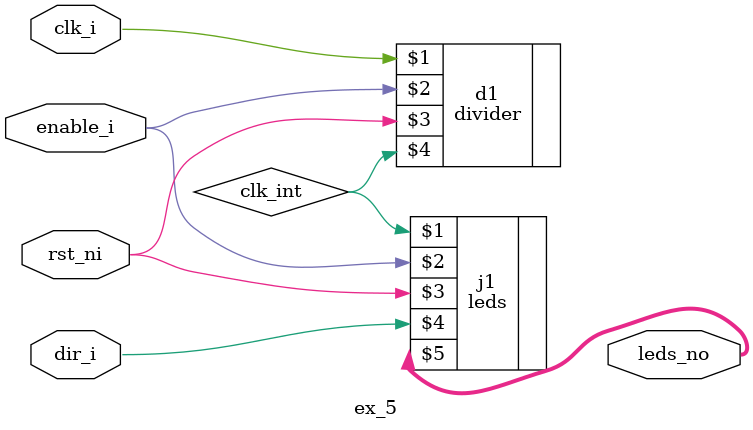
<source format=v>
module ex_5(clk_i, enable_i, rst_ni, dir_i, leds_no); //polaczenie modulow

input clk_i, enable_i, rst_ni, dir_i; //wejscia
output [3:0] leds_no; //wyjscia

wire clk_int;
divider d1(clk_i, enable_i, rst_ni, clk_int); //dzielnik 

leds j1(clk_int, enable_i, rst_ni, dir_i, leds_no); //ledy

endmodule 
</source>
